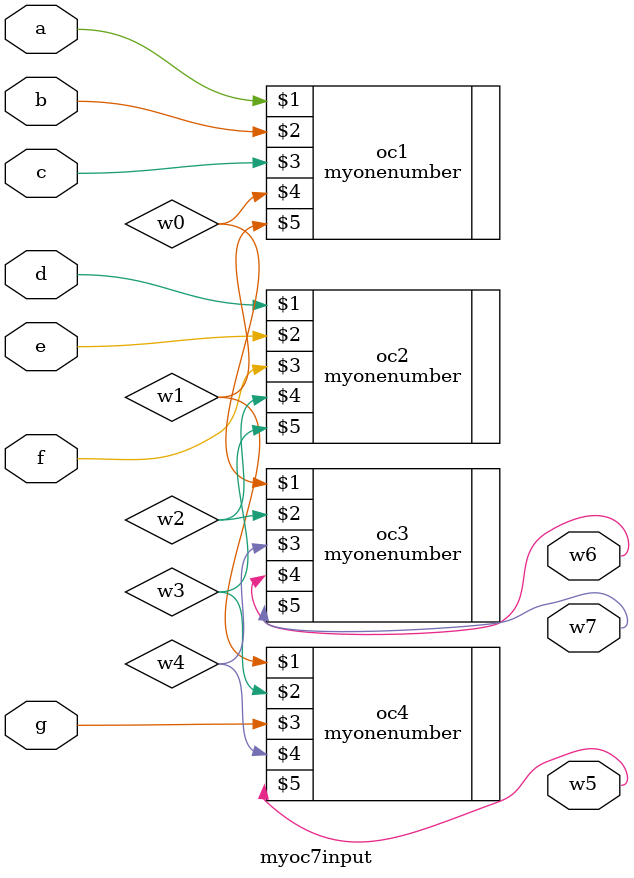
<source format=v>
`timescale 1ns/1ns
module myoc7input(input a, b, c, d, e, f, g, output w6, w7, w5);
       wire w0, w1, w2, w3, w4;
       myonenumber oc1(a, b, c, w0, w1);
       myonenumber oc2(d, e, f, w2, w3);
       myonenumber oc3(w0, w2, w4, w6, w7);
       myonenumber oc4(w1, w3, g, w4, w5);
endmodule

</source>
